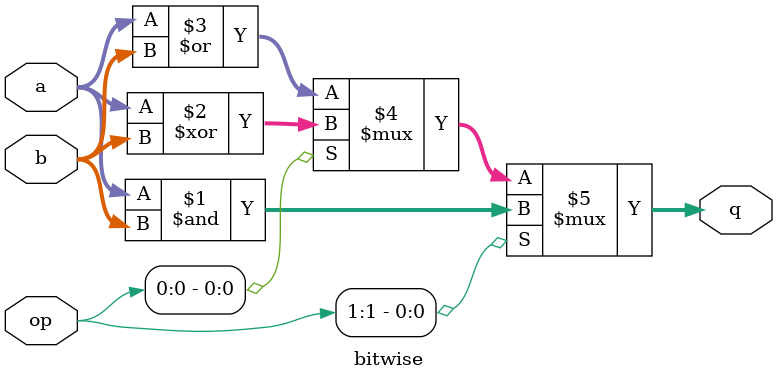
<source format=v>
/*

Bitwise unit

op 00: OR
op 01: XOR
op 1x: AND
*/

module bitwise(
        input [7:0] a,
        input [7:0] b,
        input [1:0] op,

        output [7:0] q
    );

    assign q = op[1] ? (a & b) : (op[0] ? (a ^ b) : (a | b));
endmodule
</source>
